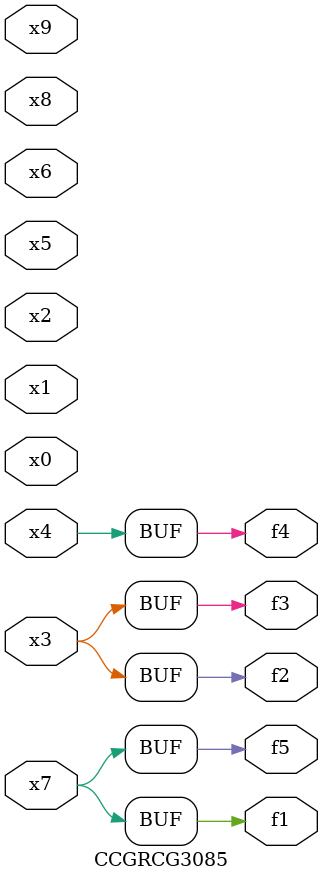
<source format=v>
module CCGRCG3085(
	input x0, x1, x2, x3, x4, x5, x6, x7, x8, x9,
	output f1, f2, f3, f4, f5
);
	assign f1 = x7;
	assign f2 = x3;
	assign f3 = x3;
	assign f4 = x4;
	assign f5 = x7;
endmodule

</source>
